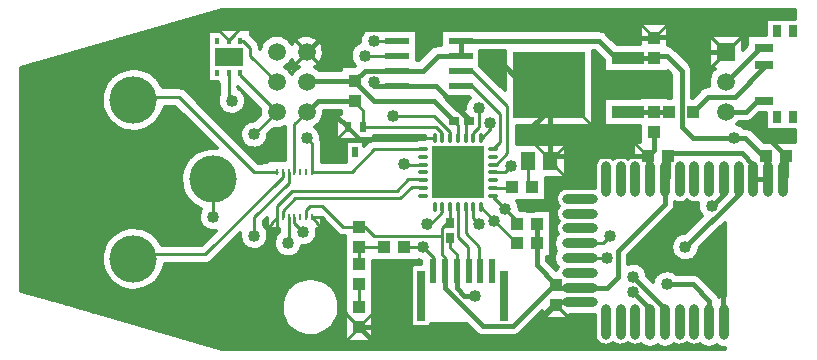
<source format=gbr>
G04 DipTrace 2.4.0.2*
%INTop.gbr*%
%MOIN*%
%ADD10C,0.0098*%
%ADD13C,0.01*%
%ADD14C,0.015*%
%ADD15C,0.013*%
%ADD17R,0.0591X0.0276*%
%ADD18R,0.0315X0.0433*%
%ADD19R,0.0394X0.0433*%
%ADD20R,0.0276X0.0354*%
%ADD21R,0.0354X0.0276*%
%ADD22R,0.0433X0.0394*%
%ADD23R,0.0512X0.0591*%
%ADD24R,0.0236X0.0787*%
%ADD25R,0.0276X0.1654*%
%ADD26R,0.059X0.059*%
%ADD27C,0.0591*%
%ADD29R,0.0394X0.0394*%
%ADD30C,0.1575*%
%ADD31R,0.0787X0.0236*%
%ADD33O,0.0335X0.0138*%
%ADD34O,0.0138X0.0335*%
%ADD35R,0.1732X0.1732*%
%ADD37R,0.1083X0.0394*%
%ADD38R,0.2421X0.2185*%
%ADD39R,0.0197X0.0335*%
%ADD41O,0.0335X0.1181*%
%ADD42O,0.1181X0.0335*%
%ADD43R,0.0098X0.0236*%
%ADD44R,0.0157X0.0236*%
%ADD45R,0.0945X0.0591*%
%ADD46C,0.04*%
%FSLAX44Y44*%
G04*
G70*
G90*
G75*
G01*
%LNTop*%
%LPD*%
X13012Y8690D2*
D10*
Y8887D1*
D13*
X13440Y9315D1*
X16940D1*
X17315Y9690D1*
X17690D1*
Y9660D1*
X13996Y10186D2*
D10*
X14096D1*
D13*
X15311D1*
X16065Y10940D1*
X17690D1*
X13996Y10186D2*
D10*
Y10354D1*
D13*
Y11134D1*
X13815Y11315D1*
X22918Y7322D2*
X23815D1*
Y7315D1*
X18340Y9011D2*
Y8840D1*
X17815Y8315D1*
Y8440D1*
X12815Y10186D2*
D10*
X12716D1*
D13*
X12069D1*
X9565Y12690D1*
X8140D1*
X8040Y12590D1*
X25176Y10720D2*
D14*
Y10025D1*
X25261Y9940D1*
X29794Y10720D2*
Y10044D1*
X29690Y9940D1*
X19108Y11334D2*
D13*
Y11758D1*
X19235Y11885D1*
X15174Y11693D2*
X15187D1*
X15565Y11315D1*
X18065D1*
X18084Y11334D1*
X16815Y13065D2*
D14*
X18128D1*
X19190Y12002D1*
Y11930D1*
X19235Y11885D1*
X16815Y13065D2*
X16065D1*
Y13190D1*
X27780Y14200D2*
X26431D1*
X25940Y14690D1*
X25395D1*
X25375Y14670D1*
X25376Y11523D2*
Y10921D1*
X25176Y10720D1*
X22095D1*
X21940Y10565D1*
Y13050D1*
X21892Y13098D1*
X12815Y8690D2*
D13*
Y8190D1*
X12690Y8065D1*
Y7565D1*
X12878Y7377D1*
X13815D1*
X14440Y8003D1*
Y8565D1*
D10*
X14315Y8690D1*
X13996D1*
X25375Y14670D2*
D14*
X23960D1*
X23690Y14940D1*
X14565D1*
X13815Y14190D1*
X21892Y13098D2*
X21033D1*
X20190Y13940D1*
X21892Y13098D2*
Y12267D1*
X21065Y11440D1*
X15174Y11693D2*
X14802Y12065D1*
X14565D1*
X17690Y9916D2*
D13*
Y9940D1*
X17190D1*
X16815Y9565D1*
X13315D1*
X12815Y9065D1*
Y8858D1*
D10*
Y8690D1*
X11209Y14565D2*
D13*
X11190D1*
X11565Y14940D1*
X13065D1*
X13815Y14190D1*
X13996Y8690D2*
X14315D1*
X14940Y8065D1*
Y5646D1*
X15565Y5021D1*
X22918Y5846D2*
D14*
X22225D1*
X22139Y5759D1*
X18599Y7993D2*
D13*
Y7656D1*
X18815Y7440D1*
Y6892D1*
X18813Y6890D1*
D14*
Y6317D1*
X19065Y6065D1*
X19440D1*
X22139Y5759D2*
X22009D1*
X20940Y4690D1*
X15896D1*
X15565Y5021D1*
X16771D1*
X16940Y5190D1*
X28815Y11690D2*
X28824D1*
X29794Y10720D1*
X26940Y7065D2*
Y6815D1*
X27690Y6065D1*
Y5227D1*
X27721Y5196D1*
X19620Y9011D2*
D13*
X20065Y8565D1*
X20815Y7815D1*
X13209Y8690D2*
D10*
Y8522D1*
D13*
Y7834D1*
X13190Y7815D1*
X11602Y13502D2*
Y13408D1*
X12820Y12190D1*
X12070Y11440D1*
X12065D1*
X20013Y9405D2*
Y9367D1*
X20440Y8940D1*
X20940Y8440D1*
X20815D1*
X13406Y8690D2*
D10*
Y8522D1*
D13*
Y8474D1*
X13690Y8190D1*
X12820Y13190D2*
X11940Y14070D1*
Y14315D1*
X11690Y14565D1*
X11602D1*
X22918Y7814D2*
X23689D1*
X23940Y8065D1*
X19620Y11334D2*
X19647D1*
X19940Y11627D1*
Y11815D1*
X18596Y11334D2*
Y11534D1*
X18065Y12065D1*
X16690D1*
X17690Y7690D2*
X18065Y7315D1*
Y6930D1*
X18026Y6890D1*
X17690Y7690D2*
X17065D1*
X21192Y10565D2*
Y9813D1*
X21315Y9690D1*
X29065Y13746D2*
D14*
Y13691D1*
X28074Y12700D1*
X27199D1*
X26692Y12193D1*
X29065Y12565D2*
X28815D1*
X28450Y12200D1*
X27780D1*
X29065Y14337D2*
X28917D1*
X27780Y13200D1*
X16396Y7690D2*
D13*
X15565D1*
Y7109D1*
Y6440D2*
Y5690D1*
X27721Y9940D2*
D14*
Y9471D1*
X27315Y9065D1*
X28214Y9940D2*
Y9463D1*
X26440Y7690D1*
X19108Y9011D2*
D13*
Y8148D1*
X19565Y7690D1*
Y6925D1*
X19601Y6890D1*
X18852Y9011D2*
Y8029D1*
X19190Y7690D1*
Y6906D1*
X19207Y6890D1*
X13012Y10186D2*
D10*
Y10012D1*
D13*
X10440Y7440D1*
X8190D1*
X8040Y7290D1*
X27229Y5196D2*
D14*
Y5901D1*
X26690Y6440D1*
X25815D1*
X20013Y10172D2*
D13*
X20423D1*
X20628Y10377D1*
X16815Y14065D2*
X15753D1*
X18941Y13065D2*
X19315D1*
X20253Y12128D1*
Y11180D1*
X20013Y10940D1*
Y10428D2*
X20116D1*
X20503Y10815D1*
Y12378D1*
X19315Y13565D1*
X18941D1*
X19364Y11334D2*
Y11488D1*
X19565Y11690D1*
Y12315D1*
X16815Y14565D2*
X16065D1*
X20013Y9660D2*
X20616D1*
X20646Y9690D1*
X25261Y5196D2*
D14*
Y5620D1*
X24690Y6190D1*
X17690Y10428D2*
D13*
X17077D1*
X17065Y10440D1*
X25753Y5196D2*
D14*
Y5627D1*
X24690Y6690D1*
X19364Y9011D2*
D13*
Y8642D1*
X19565Y8440D1*
X25905Y12193D2*
D14*
X25377D1*
X25376Y12192D1*
X24530Y12200D2*
X25369D1*
X18852Y11334D2*
D13*
Y11756D1*
X18723Y11885D1*
X25375Y14001D2*
D14*
X24536D1*
X24530Y13995D1*
X16815Y13565D2*
X15753D1*
X15440Y13252D1*
Y13235D1*
X24530Y13995D2*
X24135D1*
X23565Y14565D1*
X18941D1*
Y14065D1*
X18190D1*
X17690Y13565D1*
X16815D1*
X15440Y13235D2*
Y13190D1*
X16065Y12565D1*
X18043D1*
X18723Y11885D1*
X15440Y13235D2*
X13865D1*
X13820Y13190D1*
X11209Y13502D2*
D13*
Y12671D1*
X11315Y12565D1*
X29125Y10720D2*
D14*
Y10013D1*
X29198Y9940D1*
X28706D1*
Y10425D1*
X28315Y10815D1*
X25940D1*
X25845Y10720D1*
Y10032D1*
X25753Y9940D1*
X22918Y6338D2*
X22229D1*
X22139Y6428D1*
X25753Y9940D2*
Y9128D1*
X24190Y7565D1*
Y6690D1*
X23815Y6315D1*
X22941D1*
X22918Y6338D1*
X21484Y8440D2*
Y7815D1*
Y7083D1*
X22139Y6428D1*
X18599Y8504D2*
D13*
Y9007D1*
X18596Y9011D1*
X18599Y8504D2*
X18505D1*
X18315Y8315D1*
Y8065D1*
Y7440D1*
X18440Y7315D1*
Y6911D1*
X18419Y6890D1*
X18315Y8065D2*
X16065D1*
X15771Y8359D1*
X15565D1*
X13800Y8690D2*
Y8924D1*
X13940Y9065D1*
X14315D1*
X15021Y8359D1*
X15565D1*
X18419Y6890D2*
D14*
Y6336D1*
X19690Y5065D1*
X20690D1*
X22054Y6428D1*
X22139D1*
X28065Y11315D2*
D3*
X29125Y10720D2*
X29035D1*
X28440Y11315D1*
X28065D1*
X26690D1*
X26315Y11690D1*
Y13565D1*
X25815Y14065D1*
X25439D1*
X25375Y14001D1*
X15686Y11693D2*
D13*
X18125D1*
X18315Y11502D1*
Y11358D1*
X18340Y11334D1*
X15440Y12565D2*
Y12503D1*
X15686Y12257D1*
Y11693D1*
X15440Y12565D2*
D14*
X14195D1*
X13820Y12190D1*
X13406Y10186D2*
D10*
Y10354D1*
D13*
Y11776D1*
X13820Y12190D1*
X13209Y10186D2*
D10*
Y10018D1*
D13*
Y9834D1*
X12065Y8690D1*
Y8065D1*
X10690Y8690D2*
Y9939D1*
Y9940D1*
D46*
X26440Y7690D3*
X27315Y9065D3*
X24690Y6190D3*
Y6690D3*
X23940Y8065D3*
X23815Y7315D3*
X19565Y8440D3*
X17065Y10440D3*
X13190Y7815D3*
X13690Y8190D3*
X16690Y12065D3*
X17690Y7690D3*
X19565Y12315D3*
X19940Y11815D3*
X16065Y14565D3*
X15753Y14065D3*
X20628Y10377D3*
X16065Y13190D3*
X20190Y13940D3*
X17815Y8440D3*
X20440Y8940D3*
X20065Y8565D3*
X21065Y11440D3*
X26815Y13815D3*
X14565Y12065D3*
X12065Y8065D3*
X10690Y8690D3*
X11315Y12565D3*
X13815Y11315D3*
X12065Y11440D3*
X19440Y6065D3*
X16940Y5190D3*
X28815Y11690D3*
X26940Y7065D3*
X25815Y6440D3*
X28065Y11315D3*
X10553Y15446D2*
D15*
X30061D1*
X10104Y15318D2*
X30061D1*
X9653Y15189D2*
X29109D1*
X9202Y15060D2*
X24894D1*
X25854D2*
X29109D1*
X8751Y14932D2*
X10848D1*
X11965D2*
X15757D1*
X17492D2*
X18264D1*
X19618D2*
X24894D1*
X25854D2*
X29109D1*
X8300Y14803D2*
X10523D1*
X11965D2*
X15648D1*
X17492D2*
X18264D1*
X23829D2*
X24894D1*
X25854D2*
X29109D1*
X7851Y14674D2*
X10523D1*
X12046D2*
X12511D1*
X13120D2*
X13511D1*
X14120D2*
X15595D1*
X17492D2*
X18264D1*
X23957D2*
X24894D1*
X25854D2*
X27201D1*
X28359D2*
X28487D1*
X7400Y14545D2*
X10523D1*
X12176D2*
X12363D1*
X13269D2*
X13363D1*
X14268D2*
X15583D1*
X17492D2*
X18264D1*
X24085D2*
X24894D1*
X25854D2*
X27201D1*
X28359D2*
X28487D1*
X6949Y14417D2*
X10523D1*
X14345D2*
X15428D1*
X17492D2*
X18264D1*
X25854D2*
X27201D1*
X28359D2*
X28487D1*
X6501Y14288D2*
X10523D1*
X14386D2*
X15327D1*
X17492D2*
X17913D1*
X26094D2*
X27201D1*
X6050Y14159D2*
X10523D1*
X14392D2*
X15280D1*
X17492D2*
X17785D1*
X19618D2*
X20399D1*
X23386D2*
X23470D1*
X26222D2*
X27201D1*
X5599Y14031D2*
X10523D1*
X14372D2*
X15272D1*
X17492D2*
X17655D1*
X19618D2*
X20399D1*
X23386D2*
X23598D1*
X26350D2*
X27201D1*
X5148Y13902D2*
X10523D1*
X14315D2*
X15298D1*
X19618D2*
X20399D1*
X23386D2*
X23706D1*
X26480D2*
X27201D1*
X4699Y13773D2*
X10523D1*
X13210D2*
X13419D1*
X14211D2*
X15371D1*
X19618D2*
X20399D1*
X23386D2*
X23706D1*
X26604D2*
X27201D1*
X4318Y13645D2*
X7955D1*
X8124D2*
X10523D1*
X13169D2*
X13470D1*
X14169D2*
X14959D1*
X19702D2*
X20399D1*
X23386D2*
X23706D1*
X26665D2*
X27201D1*
X4318Y13516D2*
X7517D1*
X8562D2*
X10523D1*
X19830D2*
X20399D1*
X23386D2*
X24894D1*
X26673D2*
X27299D1*
X4318Y13387D2*
X7334D1*
X8747D2*
X10523D1*
X19960D2*
X20399D1*
X23386D2*
X25958D1*
X26673D2*
X27234D1*
X4318Y13259D2*
X7208D1*
X8871D2*
X10523D1*
X20088D2*
X20399D1*
X23386D2*
X25958D1*
X26673D2*
X27206D1*
X4318Y13130D2*
X7118D1*
X8962D2*
X10848D1*
X20216D2*
X20399D1*
X23386D2*
X25958D1*
X26673D2*
X27206D1*
X4318Y13001D2*
X7053D1*
X9653D2*
X10876D1*
X23386D2*
X25958D1*
X26673D2*
X27019D1*
X4318Y12873D2*
X7009D1*
X9848D2*
X10876D1*
X23386D2*
X25958D1*
X26673D2*
X26870D1*
X4318Y12744D2*
X6980D1*
X9978D2*
X10868D1*
X23386D2*
X25958D1*
X26673D2*
X26742D1*
X4318Y12615D2*
X6970D1*
X10106D2*
X10834D1*
X11796D2*
X11928D1*
X18493D2*
X19190D1*
X23386D2*
X23706D1*
X4318Y12486D2*
X6974D1*
X10234D2*
X10838D1*
X11792D2*
X12058D1*
X18623D2*
X19115D1*
X23386D2*
X23706D1*
X4318Y12358D2*
X6995D1*
X9084D2*
X9432D1*
X10364D2*
X10880D1*
X11749D2*
X12186D1*
X18751D2*
X19085D1*
X23386D2*
X23706D1*
X4318Y12229D2*
X7033D1*
X9048D2*
X9560D1*
X10492D2*
X10974D1*
X11656D2*
X12243D1*
X23386D2*
X23706D1*
X4318Y12100D2*
X7090D1*
X8991D2*
X9690D1*
X10620D2*
X11230D1*
X11400D2*
X12249D1*
X14392D2*
X14793D1*
X23386D2*
X23706D1*
X28850D2*
X29109D1*
X4318Y11972D2*
X7169D1*
X8912D2*
X9818D1*
X10750D2*
X12136D1*
X14355D2*
X14793D1*
X23386D2*
X23706D1*
X28722D2*
X29109D1*
X4318Y11843D2*
X7279D1*
X8802D2*
X9946D1*
X10878D2*
X11811D1*
X14280D2*
X14793D1*
X23386D2*
X23706D1*
X28231D2*
X29109D1*
X4318Y11714D2*
X7433D1*
X8646D2*
X10076D1*
X11006D2*
X11671D1*
X14138D2*
X14793D1*
X20835D2*
X24896D1*
X28326D2*
X29109D1*
X4318Y11586D2*
X7695D1*
X8386D2*
X10204D1*
X11136D2*
X11606D1*
X12682D2*
X13072D1*
X14213D2*
X14793D1*
X20835D2*
X24896D1*
X28668D2*
X30061D1*
X4318Y11457D2*
X10332D1*
X11264D2*
X11583D1*
X12552D2*
X13072D1*
X14276D2*
X14793D1*
X20835D2*
X24896D1*
X28800D2*
X30061D1*
X4318Y11328D2*
X10462D1*
X11392D2*
X11595D1*
X12535D2*
X13072D1*
X14299D2*
X14793D1*
X16068D2*
X17732D1*
X20835D2*
X24896D1*
X28928D2*
X30061D1*
X4318Y11200D2*
X10590D1*
X11522D2*
X11648D1*
X12483D2*
X13072D1*
X14323D2*
X15118D1*
X15741D2*
X15865D1*
X20835D2*
X24896D1*
X29058D2*
X30061D1*
X4318Y11071D2*
X10718D1*
X11650D2*
X11762D1*
X12369D2*
X13072D1*
X14329D2*
X15118D1*
X22478D2*
X24677D1*
X4318Y10942D2*
X10340D1*
X11780D2*
X13072D1*
X14329D2*
X15118D1*
X22478D2*
X24677D1*
X4318Y10814D2*
X10080D1*
X11908D2*
X13072D1*
X14329D2*
X15118D1*
X22478D2*
X24677D1*
X4318Y10685D2*
X9926D1*
X12036D2*
X13072D1*
X14329D2*
X15118D1*
X22478D2*
X23594D1*
X23975D2*
X24086D1*
X24467D2*
X24579D1*
X4318Y10556D2*
X9818D1*
X12166D2*
X12483D1*
X14329D2*
X15118D1*
X22478D2*
X23458D1*
X4318Y10427D2*
X9739D1*
X22478D2*
X23409D1*
X4318Y10299D2*
X9682D1*
X22478D2*
X23405D1*
X4318Y10170D2*
X9645D1*
X22478D2*
X23405D1*
X4318Y10041D2*
X9623D1*
X22478D2*
X23405D1*
X4318Y9913D2*
X9619D1*
X21814D2*
X23405D1*
X4318Y9784D2*
X9631D1*
X21814D2*
X23405D1*
X4318Y9655D2*
X9658D1*
X21814D2*
X22440D1*
X4318Y9527D2*
X9704D1*
X21814D2*
X22201D1*
X4318Y9398D2*
X9769D1*
X21814D2*
X22131D1*
X4318Y9269D2*
X9859D1*
X21814D2*
X22115D1*
X4318Y9141D2*
X9985D1*
X20878D2*
X22146D1*
X26110D2*
X26838D1*
X4318Y9012D2*
X10169D1*
X20918D2*
X22182D1*
X26092D2*
X26836D1*
X4318Y8883D2*
X10249D1*
X21985D2*
X22125D1*
X26009D2*
X26868D1*
X4318Y8755D2*
X10212D1*
X21985D2*
X22117D1*
X25881D2*
X26950D1*
X4318Y8626D2*
X10212D1*
X21985D2*
X22158D1*
X25753D2*
X26874D1*
X4318Y8497D2*
X10249D1*
X12399D2*
X12483D1*
X14329D2*
X14418D1*
X21985D2*
X22168D1*
X25623D2*
X26746D1*
X4318Y8368D2*
X10334D1*
X14329D2*
X14547D1*
X21985D2*
X22119D1*
X25495D2*
X26618D1*
X27619D2*
X27732D1*
X4318Y8240D2*
X7561D1*
X8520D2*
X10543D1*
X12515D2*
X12875D1*
X14171D2*
X14675D1*
X21985D2*
X22121D1*
X25367D2*
X26488D1*
X27492D2*
X27732D1*
X4318Y8111D2*
X7360D1*
X8721D2*
X10647D1*
X12546D2*
X12812D1*
X14167D2*
X14807D1*
X21985D2*
X22162D1*
X25237D2*
X26218D1*
X27362D2*
X27732D1*
X4318Y7982D2*
X7228D1*
X8853D2*
X10517D1*
X11449D2*
X11589D1*
X12542D2*
X12739D1*
X14126D2*
X15085D1*
X21985D2*
X22079D1*
X25109D2*
X26060D1*
X27234D2*
X27732D1*
X4318Y7854D2*
X7133D1*
X8948D2*
X10389D1*
X11321D2*
X11632D1*
X12499D2*
X12708D1*
X14032D2*
X15085D1*
X24981D2*
X25987D1*
X27106D2*
X27732D1*
X4318Y7725D2*
X7064D1*
X11191D2*
X11727D1*
X12403D2*
X12717D1*
X13772D2*
X15085D1*
X21985D2*
X22054D1*
X24851D2*
X25958D1*
X26976D2*
X27732D1*
X4318Y7596D2*
X7015D1*
X11063D2*
X12016D1*
X12114D2*
X12761D1*
X13620D2*
X15085D1*
X21985D2*
X22103D1*
X24723D2*
X25966D1*
X26915D2*
X27732D1*
X4318Y7468D2*
X6984D1*
X10933D2*
X12861D1*
X13521D2*
X15085D1*
X21985D2*
X22071D1*
X24595D2*
X26013D1*
X26868D2*
X27732D1*
X4318Y7339D2*
X6970D1*
X10805D2*
X15085D1*
X21843D2*
X22044D1*
X24548D2*
X26115D1*
X26766D2*
X27732D1*
X4318Y7210D2*
X6972D1*
X10677D2*
X15085D1*
X16045D2*
X17624D1*
X21857D2*
X22058D1*
X24548D2*
X27732D1*
X4318Y7082D2*
X6991D1*
X9090D2*
X15085D1*
X16045D2*
X17281D1*
X21987D2*
X22117D1*
X24963D2*
X27732D1*
X4318Y6953D2*
X7025D1*
X9056D2*
X15085D1*
X16045D2*
X17281D1*
X25093D2*
X27732D1*
X4318Y6824D2*
X7078D1*
X9003D2*
X15085D1*
X16045D2*
X17281D1*
X25154D2*
X25532D1*
X26100D2*
X27732D1*
X4318Y6696D2*
X7153D1*
X8928D2*
X15085D1*
X16045D2*
X17281D1*
X25186D2*
X25408D1*
X26935D2*
X27732D1*
X4318Y6567D2*
X7257D1*
X8824D2*
X13521D1*
X14359D2*
X15085D1*
X16045D2*
X17281D1*
X27065D2*
X27732D1*
X4318Y6438D2*
X7401D1*
X8678D2*
X13316D1*
X14565D2*
X15085D1*
X16045D2*
X17281D1*
X27193D2*
X27732D1*
X4318Y6309D2*
X7632D1*
X8449D2*
X13186D1*
X14695D2*
X15085D1*
X16045D2*
X17281D1*
X27323D2*
X27732D1*
X4439Y6181D2*
X13094D1*
X14786D2*
X15085D1*
X16045D2*
X17281D1*
X27451D2*
X27732D1*
X4888Y6052D2*
X13031D1*
X14849D2*
X15085D1*
X16045D2*
X17281D1*
X27552D2*
X27646D1*
X5339Y5923D2*
X12989D1*
X14890D2*
X15085D1*
X16045D2*
X17281D1*
X5790Y5795D2*
X12966D1*
X14914D2*
X15085D1*
X16045D2*
X17281D1*
X6241Y5666D2*
X12960D1*
X14918D2*
X15085D1*
X16045D2*
X17281D1*
X6689Y5537D2*
X12973D1*
X14908D2*
X15085D1*
X16045D2*
X17281D1*
X7140Y5409D2*
X13003D1*
X14877D2*
X15085D1*
X16045D2*
X17281D1*
X21536D2*
X21658D1*
X7591Y5280D2*
X13052D1*
X14829D2*
X15085D1*
X16045D2*
X17281D1*
X21406D2*
X21658D1*
X22619D2*
X23405D1*
X8042Y5151D2*
X13125D1*
X14756D2*
X15085D1*
X16045D2*
X17281D1*
X21278D2*
X23405D1*
X8491Y5023D2*
X13228D1*
X14652D2*
X15085D1*
X16045D2*
X19231D1*
X21150D2*
X23405D1*
X8942Y4894D2*
X13379D1*
X14500D2*
X15085D1*
X16045D2*
X19361D1*
X21020D2*
X23405D1*
X9393Y4765D2*
X13647D1*
X14234D2*
X15085D1*
X16045D2*
X19507D1*
X20874D2*
X23405D1*
X9844Y4637D2*
X15085D1*
X16045D2*
X23429D1*
X10293Y4508D2*
X23517D1*
X10744Y4379D2*
X25056D1*
X25464D2*
X25548D1*
X25958D2*
X27025D1*
X27433D2*
X27518D1*
X29121Y12157D2*
X28893D1*
X28694Y11956D1*
X28644Y11914D1*
X28587Y11883D1*
X28525Y11863D1*
X28450Y11855D1*
X28228D1*
X28155Y11778D1*
X28250Y11748D1*
X28307Y11718D1*
X28383Y11660D1*
X28505Y11654D1*
X28567Y11636D1*
X28625Y11607D1*
X28684Y11559D1*
X29056Y11187D1*
X29612Y11185D1*
X29607Y11187D1*
X30075D1*
Y11599D1*
X29932Y11597D1*
X29672Y11599D1*
X29381Y11597D1*
X29121D1*
Y12156D1*
X16031Y6177D2*
X16032Y5203D1*
Y4534D1*
X15098D1*
X15100Y6177D1*
X15098Y6148D1*
X15100Y6927D1*
X15098Y7143D1*
X15100Y7596D1*
X15098Y7723D1*
Y8041D1*
X15021Y8039D1*
X14957Y8046D1*
X14895Y8065D1*
X14838Y8097D1*
X14795Y8133D1*
X14316Y8610D1*
Y8302D1*
X14147D1*
X14160Y8219D1*
X14156Y8125D1*
X14143Y8062D1*
X14121Y8001D1*
X14091Y7943D1*
X14053Y7890D1*
X14008Y7843D1*
X13957Y7803D1*
X13901Y7770D1*
X13841Y7745D1*
X13778Y7728D1*
X13714Y7720D1*
X13651Y7722D1*
X13621Y7626D1*
X13591Y7568D1*
X13553Y7515D1*
X13508Y7468D1*
X13457Y7428D1*
X13401Y7395D1*
X13341Y7370D1*
X13278Y7353D1*
X13214Y7345D1*
X13149Y7347D1*
X13085Y7357D1*
X13023Y7376D1*
X12964Y7403D1*
X12909Y7438D1*
X12860Y7480D1*
X12817Y7529D1*
X12781Y7583D1*
X12753Y7642D1*
X12734Y7704D1*
X12723Y7768D1*
X12721Y7833D1*
X12727Y7897D1*
X12743Y7960D1*
X12768Y8021D1*
X12800Y8077D1*
X12840Y8128D1*
X12888Y8175D1*
Y8302D1*
X12496D1*
Y8668D1*
X12386Y8557D1*
Y8408D1*
X12449Y8336D1*
X12483Y8281D1*
X12509Y8221D1*
X12526Y8159D1*
X12536Y8065D1*
X12531Y8000D1*
X12518Y7937D1*
X12496Y7876D1*
X12466Y7818D1*
X12428Y7765D1*
X12383Y7718D1*
X12332Y7678D1*
X12276Y7645D1*
X12216Y7620D1*
X12153Y7603D1*
X12089Y7595D1*
X12024Y7597D1*
X11960Y7607D1*
X11898Y7626D1*
X11839Y7653D1*
X11784Y7688D1*
X11735Y7730D1*
X11692Y7779D1*
X11656Y7833D1*
X11628Y7892D1*
X11609Y7954D1*
X11598Y8018D1*
X11596Y8083D1*
X11603Y8149D1*
X10667Y7214D1*
X10617Y7173D1*
X10559Y7143D1*
X10497Y7125D1*
X10440Y7120D1*
X9086D1*
X9048Y6970D1*
X9001Y6849D1*
X8940Y6735D1*
X8865Y6629D1*
X8778Y6532D1*
X8679Y6448D1*
X8571Y6376D1*
X8455Y6318D1*
X8332Y6274D1*
X8206Y6246D1*
X8076Y6233D1*
X7946Y6237D1*
X7818Y6256D1*
X7693Y6291D1*
X7573Y6341D1*
X7460Y6406D1*
X7356Y6484D1*
X7262Y6574D1*
X7180Y6674D1*
X7111Y6784D1*
X7056Y6902D1*
X7016Y7026D1*
X6991Y7153D1*
X6982Y7283D1*
X6989Y7413D1*
X7012Y7540D1*
X7051Y7665D1*
X7104Y7783D1*
X7172Y7894D1*
X7252Y7996D1*
X7345Y8087D1*
X7448Y8166D1*
X7559Y8233D1*
X7679Y8284D1*
X7803Y8321D1*
X7931Y8342D1*
X8061Y8348D1*
X8191Y8337D1*
X8318Y8311D1*
X8441Y8269D1*
X8558Y8213D1*
X8667Y8142D1*
X8767Y8059D1*
X8855Y7964D1*
X8932Y7859D1*
X8986Y7761D1*
X10075Y7760D1*
X10308D1*
X10776Y8228D1*
X10714Y8220D1*
X10649Y8222D1*
X10585Y8232D1*
X10523Y8251D1*
X10464Y8278D1*
X10409Y8313D1*
X10360Y8355D1*
X10317Y8404D1*
X10281Y8458D1*
X10253Y8517D1*
X10234Y8579D1*
X10223Y8643D1*
X10221Y8708D1*
X10227Y8772D1*
X10243Y8835D1*
X10268Y8896D1*
X10304Y8957D1*
X10223Y8991D1*
X10110Y9056D1*
X10006Y9133D1*
X9912Y9223D1*
X9830Y9324D1*
X9761Y9434D1*
X9706Y9552D1*
X9666Y9675D1*
X9641Y9803D1*
X9632Y9932D1*
X9639Y10062D1*
X9662Y10190D1*
X9700Y10314D1*
X9754Y10433D1*
X9821Y10544D1*
X9902Y10646D1*
X9994Y10737D1*
X10097Y10816D1*
X10209Y10882D1*
X10328Y10934D1*
X10453Y10971D1*
X10581Y10992D1*
X10711Y10997D1*
X10814Y10990D1*
X9431Y12371D1*
X9076Y12370D1*
X9027Y12208D1*
X8972Y12090D1*
X8904Y11980D1*
X8823Y11878D1*
X8730Y11788D1*
X8626Y11709D1*
X8514Y11644D1*
X8394Y11593D1*
X8269Y11557D1*
X8141Y11537D1*
X8011Y11532D1*
X7882Y11544D1*
X7755Y11571D1*
X7632Y11614D1*
X7516Y11671D1*
X7407Y11742D1*
X7308Y11826D1*
X7220Y11922D1*
X7144Y12028D1*
X7082Y12142D1*
X7034Y12263D1*
X7002Y12388D1*
X6985Y12517D1*
X6984Y12647D1*
X6999Y12776D1*
X7030Y12902D1*
X7076Y13024D1*
X7136Y13139D1*
X7210Y13245D1*
X7297Y13342D1*
X7395Y13428D1*
X7503Y13500D1*
X7618Y13559D1*
X7740Y13604D1*
X7867Y13633D1*
X7996Y13646D1*
X8126Y13644D1*
X8255Y13625D1*
X8380Y13591D1*
X8500Y13542D1*
X8614Y13478D1*
X8718Y13401D1*
X8813Y13312D1*
X8895Y13212D1*
X8965Y13102D1*
X9010Y13009D1*
X9565Y13010D1*
X9630Y13004D1*
X9692Y12984D1*
X9749Y12953D1*
X9792Y12916D1*
X12203Y10505D1*
X12498Y10506D1*
X12496Y10574D1*
X13085D1*
X13086Y11693D1*
X13051Y11674D1*
X12991Y11651D1*
X12928Y11635D1*
X12863Y11626D1*
X12798Y11625D1*
X12716Y11635D1*
X12537Y11454D1*
X12531Y11375D1*
X12518Y11312D1*
X12496Y11251D1*
X12466Y11193D1*
X12428Y11140D1*
X12383Y11093D1*
X12332Y11053D1*
X12276Y11020D1*
X12216Y10995D1*
X12153Y10978D1*
X12089Y10970D1*
X12024Y10972D1*
X11960Y10982D1*
X11898Y11001D1*
X11839Y11028D1*
X11784Y11063D1*
X11735Y11105D1*
X11692Y11154D1*
X11656Y11208D1*
X11628Y11267D1*
X11609Y11329D1*
X11598Y11393D1*
X11596Y11458D1*
X11602Y11522D1*
X11618Y11585D1*
X11643Y11646D1*
X11675Y11702D1*
X11715Y11753D1*
X11761Y11799D1*
X11814Y11837D1*
X11871Y11868D1*
X11932Y11891D1*
X11995Y11905D1*
X12086Y11909D1*
X12264Y12087D1*
X12255Y12169D1*
X12256Y12233D1*
X12264Y12292D1*
X11529Y13028D1*
X11557Y12968D1*
X11610Y12931D1*
X11658Y12887D1*
X11699Y12836D1*
X11733Y12781D1*
X11758Y12721D1*
X11776Y12659D1*
X11785Y12565D1*
X11781Y12500D1*
X11767Y12437D1*
X11745Y12376D1*
X11715Y12318D1*
X11677Y12265D1*
X11633Y12218D1*
X11582Y12178D1*
X11526Y12145D1*
X11466Y12120D1*
X11403Y12103D1*
X11339Y12095D1*
X11274Y12097D1*
X11209Y12107D1*
X11147Y12126D1*
X11088Y12153D1*
X11034Y12188D1*
X10985Y12230D1*
X10942Y12279D1*
X10906Y12333D1*
X10878Y12392D1*
X10858Y12454D1*
X10847Y12518D1*
X10845Y12583D1*
X10852Y12647D1*
X10868Y12710D1*
X10888Y12761D1*
X10889Y13112D1*
X10860Y13114D1*
Y13185D1*
X10536Y13184D1*
X10538Y13820D1*
X10536Y13863D1*
X10538Y14529D1*
X10536Y14572D1*
Y14883D1*
X10859D1*
X10860Y14953D1*
X11951D1*
Y14756D1*
X12166Y14541D1*
X12207Y14491D1*
X12237Y14434D1*
X12255Y14371D1*
X12260Y14298D1*
X12276Y14361D1*
X12299Y14422D1*
X12329Y14479D1*
X12366Y14533D1*
X12408Y14582D1*
X12456Y14626D1*
X12508Y14665D1*
X12565Y14697D1*
X12624Y14722D1*
X12687Y14741D1*
X12751Y14752D1*
X12816Y14755D1*
X12881Y14752D1*
X12945Y14741D1*
X13007Y14722D1*
X13067Y14697D1*
X13123Y14665D1*
X13175Y14626D1*
X13223Y14582D1*
X13265Y14533D1*
X13316Y14452D1*
X13336Y14490D1*
X13391Y14563D1*
X13456Y14626D1*
X13530Y14678D1*
X13612Y14718D1*
X13699Y14743D1*
X13790Y14755D1*
X13881Y14752D1*
X13970Y14734D1*
X14055Y14702D1*
X14134Y14657D1*
X14205Y14600D1*
X14265Y14533D1*
X14314Y14456D1*
X14351Y14373D1*
X14373Y14285D1*
X14381Y14194D1*
X14375Y14112D1*
X14356Y14024D1*
X14322Y13939D1*
X14275Y13861D1*
X14217Y13792D1*
X14148Y13733D1*
X14081Y13691D1*
X14128Y13664D1*
X14180Y13626D1*
X14229Y13580D1*
X14972D1*
X14973Y13721D1*
X15422D1*
X15427Y13727D1*
X15380Y13779D1*
X15344Y13833D1*
X15316Y13892D1*
X15296Y13954D1*
X15285Y14018D1*
X15283Y14083D1*
X15290Y14147D1*
X15306Y14210D1*
X15330Y14271D1*
X15362Y14327D1*
X15402Y14378D1*
X15449Y14424D1*
X15501Y14462D1*
X15558Y14493D1*
X15598Y14508D1*
X15596Y14583D1*
X15602Y14647D1*
X15618Y14710D1*
X15643Y14771D1*
X15675Y14827D1*
X15715Y14878D1*
X15761Y14924D1*
X15814Y14962D1*
X15871Y14993D1*
X15932Y15016D1*
X15995Y15030D1*
X16060Y15035D1*
X16124Y15031D1*
X16188Y15019D1*
X16250Y14998D1*
X16329Y14953D1*
X17479D1*
X17477Y14177D1*
X17479Y14128D1*
Y13911D1*
X17549Y13910D1*
X17946Y14309D1*
X17996Y14350D1*
X18053Y14382D1*
X18115Y14402D1*
X18190Y14410D1*
X18278D1*
X18277Y14953D1*
X19605D1*
Y14911D1*
X23565Y14910D1*
X23630Y14904D1*
X23692Y14886D1*
X23750Y14857D1*
X23809Y14809D1*
X24156Y14463D1*
X24907Y14462D1*
X24908Y14833D1*
Y15157D1*
X25842D1*
Y14409D1*
X25911Y14397D1*
X25971Y14373D1*
X26026Y14338D1*
X26151Y14217D1*
X26559Y13809D1*
X26601Y13759D1*
X26632Y13702D1*
X26652Y13640D1*
X26661Y13565D1*
Y12661D1*
X26678Y12667D1*
X26955Y12944D1*
X27005Y12985D1*
X27062Y13017D1*
X27124Y13037D1*
X27199Y13045D1*
X27238D1*
X27221Y13114D1*
X27215Y13178D1*
X27216Y13243D1*
X27225Y13308D1*
X27241Y13371D1*
X27264Y13431D1*
X27294Y13489D1*
X27330Y13543D1*
X27373Y13592D1*
X27419Y13635D1*
X27215D1*
Y14765D1*
X28345D1*
Y14253D1*
X28500Y14406D1*
Y14745D1*
X29119D1*
X29121Y15305D1*
X29836Y15303D1*
X30076Y15305D1*
X30075Y15575D1*
X10990D1*
X4304Y13664D1*
X4305Y12609D1*
Y6216D1*
X5508Y5872D1*
X10991Y4305D1*
X11037Y4273D1*
X10992Y4305D1*
X27745D1*
Y4337D1*
X27687Y4305D1*
X27746D1*
X27745Y4336D1*
X27668Y4338D1*
X27592Y4355D1*
X27520Y4384D1*
X27476Y4413D1*
X27393Y4367D1*
X27331Y4347D1*
X27267Y4337D1*
X27202Y4336D1*
X27137Y4345D1*
X27075Y4363D1*
X27016Y4391D1*
X26962Y4426D1*
X26925Y4458D1*
X26857Y4425D1*
X26794Y4410D1*
X26730Y4405D1*
X26665Y4412D1*
X26603Y4431D1*
X26545Y4460D1*
X26491Y4501D1*
X26424Y4452D1*
X26365Y4425D1*
X26302Y4410D1*
X26237Y4405D1*
X26173Y4412D1*
X26111Y4431D1*
X26056Y4459D1*
X26028Y4432D1*
X25975Y4395D1*
X25916Y4367D1*
X25854Y4347D1*
X25790Y4337D1*
X25725Y4336D1*
X25661Y4345D1*
X25599Y4363D1*
X25540Y4391D1*
X25507Y4413D1*
X25424Y4367D1*
X25362Y4347D1*
X25298Y4337D1*
X25233Y4336D1*
X25169Y4345D1*
X25107Y4363D1*
X25048Y4391D1*
X24993Y4426D1*
X24956Y4458D1*
X24889Y4425D1*
X24826Y4410D1*
X24761Y4405D1*
X24697Y4412D1*
X24634Y4431D1*
X24576Y4460D1*
X24523Y4501D1*
X24456Y4452D1*
X24397Y4425D1*
X24334Y4410D1*
X24269Y4405D1*
X24204Y4412D1*
X24142Y4431D1*
X24084Y4460D1*
X24030Y4501D1*
X23964Y4452D1*
X23905Y4425D1*
X23842Y4410D1*
X23777Y4405D1*
X23712Y4412D1*
X23650Y4431D1*
X23592Y4460D1*
X23540Y4498D1*
X23495Y4546D1*
X23460Y4600D1*
X23435Y4660D1*
X23420Y4723D1*
X23417Y4838D1*
Y5417D1*
X23329Y5408D1*
X23379Y5410D1*
X23147Y5408D1*
X22606D1*
Y5272D1*
X21672D1*
Y5559D1*
X20934Y4821D1*
X20884Y4780D1*
X20828Y4748D1*
X20766Y4728D1*
X20690Y4720D1*
X19690D1*
X19626Y4726D1*
X19563Y4744D1*
X19506Y4773D1*
X19446Y4821D1*
X19145Y5120D1*
X17969D1*
X17970Y5036D1*
X17294D1*
Y7090D1*
X17369D1*
X17370Y7135D1*
X17637Y7136D1*
Y7223D1*
X17551Y7242D1*
X17552Y7223D1*
X16578Y7225D1*
X16362Y7223D1*
X16031D1*
X16032Y6623D1*
Y5953D1*
X16030D1*
X18802Y12293D2*
X19096D1*
X19102Y12397D1*
X19118Y12460D1*
X19143Y12521D1*
X19175Y12577D1*
X19215Y12628D1*
X19257Y12669D1*
X19215Y12677D1*
X18421D1*
X18803Y12293D1*
X19087D1*
X24974Y12679D2*
X25844D1*
Y12661D1*
X25972Y12660D1*
X25970Y12860D1*
Y13423D1*
X25843Y13549D1*
X25842Y13514D1*
X24908D1*
Y13528D1*
X23718D1*
Y13924D1*
X23421Y14221D1*
X23373Y14213D1*
Y11735D1*
X20823D1*
Y11132D1*
X21186Y11130D1*
X21718Y11128D1*
X21713Y11130D1*
X22466D1*
Y10000D1*
X21802D1*
Y9223D1*
X20828Y9225D1*
X20824Y9211D1*
X20858Y9156D1*
X20884Y9096D1*
X20901Y9034D1*
X20911Y8940D1*
X20909Y8922D1*
X20978Y8907D1*
X21302Y8905D1*
X21518Y8907D1*
X21971D1*
X21969Y7973D1*
X21971Y7762D1*
Y7348D1*
X21831D1*
X21829Y7224D1*
X22138Y6918D1*
X22156Y6971D1*
X22179Y7019D1*
X22138Y7069D1*
X22105Y7125D1*
X22080Y7185D1*
X22064Y7248D1*
X22058Y7312D1*
X22061Y7377D1*
X22074Y7441D1*
X22096Y7502D1*
X22133Y7567D1*
X22105Y7617D1*
X22080Y7677D1*
X22064Y7740D1*
X22058Y7805D1*
X22061Y7869D1*
X22074Y7933D1*
X22096Y7994D1*
X22127Y8051D1*
X22180Y8116D1*
X22145Y8193D1*
X22131Y8257D1*
X22128Y8322D1*
X22136Y8386D1*
X22156Y8448D1*
X22186Y8505D1*
X22222Y8552D1*
X22171Y8626D1*
X22145Y8686D1*
X22131Y8749D1*
X22128Y8814D1*
X22136Y8878D1*
X22156Y8940D1*
X22186Y8997D1*
X22222Y9044D1*
X22171Y9118D1*
X22145Y9178D1*
X22131Y9241D1*
X22128Y9306D1*
X22136Y9370D1*
X22156Y9432D1*
X22186Y9489D1*
X22226Y9541D1*
X22274Y9584D1*
X22329Y9618D1*
X22390Y9642D1*
X22453Y9656D1*
X22560Y9658D1*
X23342Y9656D1*
X23365Y9657D1*
X23419Y9649D1*
X23417Y10167D1*
X23419Y10363D1*
X23426Y10443D1*
X23445Y10505D1*
X23476Y10562D1*
X23515Y10614D1*
X23564Y10657D1*
X23619Y10691D1*
X23679Y10715D1*
X23743Y10728D1*
X23808Y10730D1*
X23872Y10720D1*
X23933Y10699D1*
X23990Y10668D1*
X24029Y10636D1*
X24111Y10691D1*
X24171Y10715D1*
X24235Y10728D1*
X24300Y10730D1*
X24364Y10720D1*
X24425Y10699D1*
X24482Y10668D1*
X24522Y10636D1*
X24603Y10691D1*
X24663Y10715D1*
X24689Y10721D1*
Y11187D1*
X24909D1*
Y11733D1*
X23718D1*
Y12667D1*
X24911D1*
X24909Y12679D1*
X24974D1*
X14973Y12129D2*
Y12219D1*
X14386Y12220D1*
X14382Y12125D1*
X14371Y12061D1*
X14352Y11999D1*
X14327Y11939D1*
X14295Y11883D1*
X14256Y11830D1*
X14212Y11783D1*
X14163Y11740D1*
X14093Y11695D1*
X14158Y11637D1*
X14199Y11586D1*
X14233Y11531D1*
X14259Y11471D1*
X14276Y11409D1*
X14286Y11315D1*
X14283Y11277D1*
X14312Y11190D1*
X14317Y11134D1*
Y10506D1*
X15130D1*
X15131Y11019D1*
Y11234D1*
X15729D1*
Y11056D1*
X15839Y11166D1*
X15889Y11207D1*
X15947Y11237D1*
X16009Y11255D1*
X16065Y11260D1*
X17481D1*
X17554Y11277D1*
X17657Y11279D1*
X17744D1*
X17745Y11373D1*
X16055D1*
Y11261D1*
X15973Y11246D1*
X15990Y11256D1*
X15317Y11258D1*
X15309Y11256D1*
X14805D1*
Y12131D1*
X14973D1*
X13553Y13689D2*
X13479Y13735D1*
X13411Y13795D1*
X13353Y13865D1*
X13315Y13926D1*
X13252Y13830D1*
X13207Y13783D1*
X13158Y13740D1*
X13081Y13692D1*
X13180Y13626D1*
X13228Y13582D1*
X13270Y13533D1*
X13320Y13452D1*
X13370Y13533D1*
X13413Y13582D1*
X13460Y13626D1*
X13553Y13688D1*
X19604Y13953D2*
X19605Y13729D1*
X20411Y12922D1*
Y14220D1*
X19606D1*
X19605Y13738D1*
X26855Y9169D2*
X26794Y9154D1*
X26730Y9149D1*
X26665Y9156D1*
X26603Y9175D1*
X26545Y9204D1*
X26491Y9244D1*
X26424Y9196D1*
X26365Y9169D1*
X26302Y9154D1*
X26237Y9149D1*
X26173Y9156D1*
X26098Y9181D1*
X26092Y9063D1*
X26074Y9001D1*
X26045Y8943D1*
X25997Y8884D1*
X24536Y7423D1*
Y7132D1*
X24620Y7155D1*
X24685Y7160D1*
X24749Y7156D1*
X24813Y7144D1*
X24875Y7123D1*
X24932Y7093D1*
X24986Y7056D1*
X25033Y7012D1*
X25074Y6961D1*
X25108Y6906D1*
X25134Y6846D1*
X25151Y6784D1*
X25160Y6709D1*
X25352Y6516D1*
X25368Y6585D1*
X25393Y6646D1*
X25425Y6702D1*
X25465Y6753D1*
X25511Y6799D1*
X25564Y6837D1*
X25621Y6868D1*
X25682Y6891D1*
X25745Y6905D1*
X25810Y6910D1*
X25874Y6906D1*
X25938Y6894D1*
X26000Y6873D1*
X26057Y6843D1*
X26133Y6785D1*
X26690D1*
X26755Y6779D1*
X26817Y6761D1*
X26875Y6732D1*
X26934Y6684D1*
X27473Y6145D1*
X27515Y6095D1*
X27547Y6036D1*
X27562Y6026D1*
X27636Y6048D1*
X27714Y6057D1*
X27746Y6056D1*
X27745Y8505D1*
X27033Y7794D1*
X26911Y7672D1*
X26893Y7562D1*
X26871Y7501D1*
X26841Y7443D1*
X26803Y7390D1*
X26758Y7343D1*
X26707Y7303D1*
X26651Y7270D1*
X26591Y7245D1*
X26528Y7228D1*
X26464Y7220D1*
X26399Y7222D1*
X26335Y7232D1*
X26273Y7251D1*
X26214Y7278D1*
X26159Y7313D1*
X26110Y7355D1*
X26067Y7404D1*
X26031Y7458D1*
X26003Y7517D1*
X25984Y7579D1*
X25973Y7643D1*
X25971Y7708D1*
X25977Y7772D1*
X25993Y7835D1*
X26018Y7896D1*
X26050Y7952D1*
X26090Y8003D1*
X26136Y8049D1*
X26189Y8087D1*
X26246Y8118D1*
X26307Y8141D1*
X26370Y8155D1*
X26420Y8159D1*
X26988Y8725D1*
X26942Y8779D1*
X26906Y8833D1*
X26878Y8892D1*
X26859Y8954D1*
X26848Y9018D1*
X26846Y9083D1*
X26858Y9169D1*
X14904Y5625D2*
X14887Y5496D1*
X14852Y5371D1*
X14801Y5252D1*
X14735Y5140D1*
X14654Y5038D1*
X14560Y4949D1*
X14455Y4872D1*
X14340Y4811D1*
X14219Y4765D1*
X14092Y4736D1*
X13963Y4724D1*
X13833Y4730D1*
X13705Y4753D1*
X13582Y4793D1*
X13465Y4849D1*
X13356Y4920D1*
X13258Y5005D1*
X13172Y5103D1*
X13101Y5211D1*
X13044Y5328D1*
X13004Y5452D1*
X12980Y5579D1*
X12974Y5709D1*
X12985Y5839D1*
X13014Y5965D1*
X13059Y6087D1*
X13120Y6202D1*
X13196Y6307D1*
X13286Y6401D1*
X13387Y6483D1*
X13498Y6550D1*
X13618Y6601D1*
X13743Y6636D1*
X13871Y6654D1*
X14001D1*
X14130Y6637D1*
X14255Y6603D1*
X14375Y6553D1*
X14487Y6487D1*
X14589Y6406D1*
X14679Y6313D1*
X14756Y6208D1*
X14818Y6094D1*
X14864Y5972D1*
X14894Y5846D1*
X14906Y5717D1*
X14904Y5625D1*
X15098Y5507D2*
D13*
X16032Y4534D1*
Y5507D2*
X15098Y4534D1*
X18788Y12293D2*
X19235Y11885D1*
X24908Y15157D2*
X25375Y14670D1*
X25842Y15157D2*
X25375Y14670D1*
X29308Y11187D2*
X29794Y10720D1*
X24689Y11187D2*
X25176Y10720D1*
X22139Y5759D2*
X22606Y5272D1*
X22139Y5759D2*
X21672Y5272D1*
X21414Y11130D2*
X22466Y10000D1*
Y11130D2*
X21940Y10565D1*
X27215Y14765D2*
X27780Y14200D1*
X28345Y14765D2*
X27215Y13635D1*
X13416Y14590D2*
X14215Y13790D1*
Y14590D2*
X13416Y13790D1*
X21892Y13098D2*
X23373Y11735D1*
X14806Y12131D2*
X15543Y11256D1*
X15174Y11693D2*
X14806Y11256D1*
X12815Y8690D2*
X12496Y8302D1*
X13996Y8690D2*
X14316Y8302D1*
X10860Y14953D2*
X11209Y14565D1*
X11557Y14953D2*
X11209Y14565D1*
D17*
X29065Y12565D3*
Y13746D3*
Y14337D3*
D18*
X29478Y12014D3*
X30030D3*
X29478Y14888D3*
X30030D3*
D19*
X15565Y5690D3*
Y5021D3*
D20*
X18599Y8504D3*
Y7993D3*
D21*
X18723Y11885D3*
X19235D3*
D19*
X25376Y12192D3*
Y11523D3*
X25375Y14001D3*
Y14670D3*
D22*
X29125Y10720D3*
X29794D3*
X25845D3*
X25176D3*
D19*
X22139Y6428D3*
Y5759D3*
D23*
X21940Y10565D3*
X21192D3*
D24*
X18026Y6890D3*
X18419D3*
X18813D3*
X19207D3*
X19601D3*
X19994D3*
D25*
X17632Y6063D3*
X20388D3*
D26*
X27780Y14200D3*
D27*
Y13200D3*
Y12200D3*
D29*
X26692Y12193D3*
X25905D3*
D19*
X15565Y7690D3*
Y8359D3*
D22*
X17065Y7690D3*
X16396D3*
X20815Y8440D3*
X21484D3*
X20815Y7815D3*
X21484D3*
D19*
X15565Y6440D3*
Y7109D3*
D22*
X21315Y9690D3*
X20646D3*
D19*
X15440Y12565D3*
Y13235D3*
D30*
X10690Y9940D3*
X8040Y7290D3*
Y12590D3*
D27*
X13815Y14190D3*
X13820Y13190D3*
Y12190D3*
X12815Y14190D3*
X12820Y13190D3*
Y12190D3*
D31*
X16815Y14565D3*
Y14065D3*
Y13565D3*
Y13065D3*
X18941D3*
Y13565D3*
Y14065D3*
Y14565D3*
D33*
X17690Y10940D3*
Y10684D3*
Y10428D3*
Y10172D3*
Y9916D3*
Y9660D3*
Y9405D3*
D34*
X18084Y9011D3*
X18340D3*
X18596D3*
X18852D3*
X19108D3*
X19364D3*
X19620D3*
D33*
X20013Y9405D3*
Y9660D3*
Y9916D3*
Y10172D3*
Y10428D3*
Y10684D3*
Y10940D3*
D34*
X19620Y11334D3*
X19364D3*
X19108D3*
X18852D3*
X18596D3*
X18340D3*
X18084D3*
D35*
X18852Y10172D3*
D37*
X24530Y12200D3*
Y13995D3*
D38*
X21892Y13098D3*
D39*
X15686Y11693D3*
X15174D3*
X15430Y10867D3*
D41*
X29690Y9940D3*
X29198D3*
X28706D3*
X28214D3*
X27721D3*
X27229D3*
X26737D3*
X26245D3*
X25753D3*
X25261D3*
X24769D3*
X24277D3*
X23784D3*
D42*
X22918Y9290D3*
Y8798D3*
Y8306D3*
Y7814D3*
Y7322D3*
Y6830D3*
Y6338D3*
Y5846D3*
D41*
X23784Y5196D3*
X24277D3*
X24769D3*
X25261D3*
X25753D3*
X26245D3*
X26737D3*
X27229D3*
X27721D3*
D43*
X12815Y8690D3*
X13012D3*
X13209D3*
X13406D3*
X13603D3*
X13800D3*
X13996D3*
Y10186D3*
X13800D3*
X13603D3*
X13406D3*
X13209D3*
X13012D3*
X12815D3*
D44*
X10815Y14565D3*
Y13502D3*
X11209D3*
Y14565D3*
X11602D3*
Y13502D3*
D45*
X11209Y14034D3*
M02*

</source>
